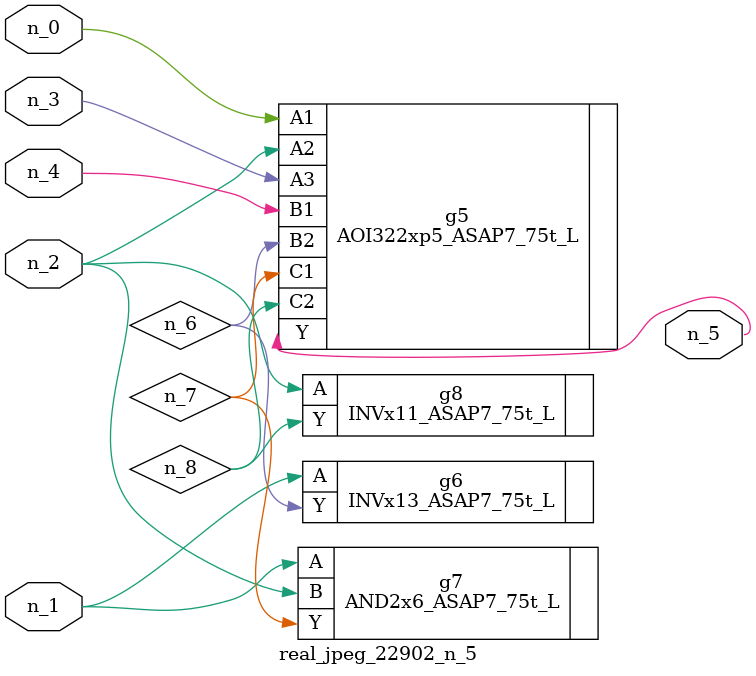
<source format=v>
module real_jpeg_22902_n_5 (n_4, n_0, n_1, n_2, n_3, n_5);

input n_4;
input n_0;
input n_1;
input n_2;
input n_3;

output n_5;

wire n_8;
wire n_6;
wire n_7;

AOI322xp5_ASAP7_75t_L g5 ( 
.A1(n_0),
.A2(n_2),
.A3(n_3),
.B1(n_4),
.B2(n_6),
.C1(n_7),
.C2(n_8),
.Y(n_5)
);

INVx13_ASAP7_75t_L g6 ( 
.A(n_1),
.Y(n_6)
);

AND2x6_ASAP7_75t_L g7 ( 
.A(n_1),
.B(n_2),
.Y(n_7)
);

INVx11_ASAP7_75t_L g8 ( 
.A(n_2),
.Y(n_8)
);


endmodule
</source>
